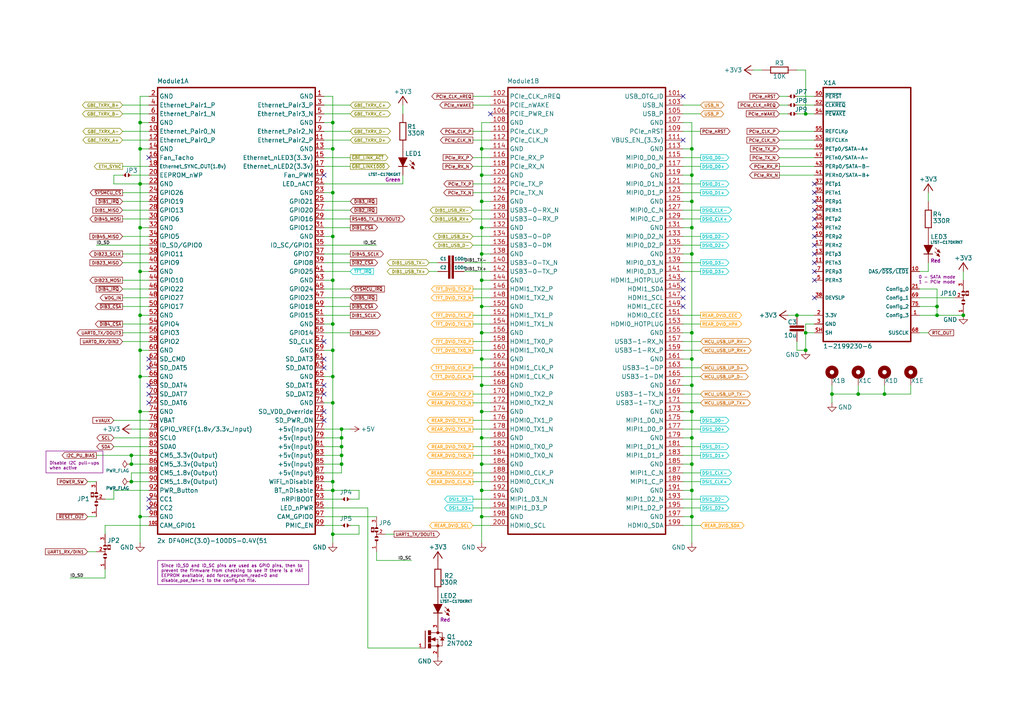
<source format=kicad_sch>
(kicad_sch (version 20250114) (generator "eeschema") (generator_version "9.0")
  (paper "A4")
  (title_block (title "BB3+ test mainboard") (date "2025-10-11") (rev "r1B1") (company "Envox d.o.o.") (comment 1 "Licensed under the TAPR Open Hardware License (www.tapr.org/OHL)") (comment 2 "More info at http://www.envox.eu/"))
  (text "0 - SATA mode\n1 - PCIe mode" (at 271.78 81.28 0) (effects (font (size 0.889 0.889))))
  (text_box "Disable I2C pull-ups\nwhen active" (at 13.335 130.81 0) (size 16.51 6.35) (margins 0.9525 0.9525 0.9525 0.9525) (stroke (width 0) (color 132 0 132 1)) (effects (font (size 0.889 0.889)) (justify left bottom)))
  (text_box "Since ID_SD and ID_SC pins are used as GPIO pins, then to prevent the firmware from checking to see if there is a HAT EEPROM available, add force_eeprom_read=0 and disable_poe_fan=1 to the config.txt file." (at 45.72 162.56 0) (size 43.815 6.985) (margins 0.9525 0.9525 0.9525 0.9525) (stroke (width 0) (color 132 0 132 1)) (effects (font (size 0.889 0.889)) (justify left top)))
  (junction (at 200.66 96.52))
  (junction (at 233.68 101.6))
  (junction (at 200.66 50.8))
  (junction (at 271.78 88.9))
  (junction (at 96.52 139.7))
  (junction (at 96.52 101.6))
  (junction (at 139.7 134.62))
  (junction (at 96.52 55.88))
  (junction (at 139.7 111.76))
  (junction (at 200.66 142.24))
  (junction (at 200.66 73.66))
  (junction (at 241.3 114.3))
  (junction (at 256.54 114.3))
  (junction (at 200.66 127))
  (junction (at 231.14 91.44))
  (junction (at 40.64 78.74))
  (junction (at 96.52 109.22))
  (junction (at 233.68 33.02))
  (junction (at 279.4 91.44))
  (junction (at 38.1 134.62))
  (junction (at 96.52 68.58))
  (junction (at 271.78 91.44))
  (junction (at 40.64 109.22))
  (junction (at 40.64 91.44))
  (junction (at 139.7 66.04))
  (junction (at 96.52 142.24))
  (junction (at 96.52 93.98))
  (junction (at 200.66 111.76))
  (junction (at 96.52 35.56))
  (junction (at 96.52 154.94))
  (junction (at 40.64 149.86))
  (junction (at 139.7 81.28))
  (junction (at 99.06 129.54))
  (junction (at 200.66 104.14))
  (junction (at 139.7 119.38))
  (junction (at 200.66 43.18))
  (junction (at 96.52 43.18))
  (junction (at 139.7 127))
  (junction (at 200.66 134.62))
  (junction (at 139.7 142.24))
  (junction (at 200.66 119.38))
  (junction (at 200.66 58.42))
  (junction (at 139.7 50.8))
  (junction (at 248.92 114.3))
  (junction (at 40.64 43.18))
  (junction (at 40.64 53.34))
  (junction (at 40.64 119.38))
  (junction (at 40.64 66.04))
  (junction (at 99.06 127))
  (junction (at 200.66 66.04))
  (junction (at 139.7 58.42))
  (junction (at 139.7 104.14))
  (junction (at 40.64 101.6))
  (junction (at 96.52 116.84))
  (junction (at 139.7 149.86))
  (junction (at 233.68 96.52))
  (junction (at 139.7 88.9))
  (junction (at 38.1 139.7))
  (junction (at 96.52 81.28))
  (junction (at 38.1 132.08))
  (junction (at 99.06 132.08))
  (junction (at 200.66 149.86))
  (junction (at 139.7 73.66))
  (junction (at 139.7 43.18))
  (junction (at 139.7 96.52))
  (junction (at 99.06 134.62))
  (junction (at 40.64 35.56))
  (junction (at 99.06 124.46))
  (no_connect (at 43.18 106.68))
  (no_connect (at 198.12 86.36))
  (no_connect (at 43.18 45.72))
  (no_connect (at 93.98 119.38))
  (no_connect (at 93.98 111.76))
  (no_connect (at 236.22 71.12))
  (no_connect (at 93.98 121.92))
  (no_connect (at 236.22 81.28))
  (no_connect (at 198.12 83.82))
  (no_connect (at 236.22 63.5))
  (no_connect (at 198.12 40.64))
  (no_connect (at 198.12 27.94))
  (no_connect (at 93.98 106.68))
  (no_connect (at 236.22 66.04))
  (no_connect (at 236.22 86.36))
  (no_connect (at 236.22 58.42))
  (no_connect (at 236.22 60.96))
  (no_connect (at 43.18 116.84))
  (no_connect (at 43.18 147.32))
  (no_connect (at 93.98 104.14))
  (no_connect (at 93.98 99.06))
  (no_connect (at 198.12 81.28))
  (no_connect (at 236.22 78.74))
  (no_connect (at 236.22 68.58))
  (no_connect (at 236.22 76.2))
  (no_connect (at 43.18 144.78))
  (no_connect (at 198.12 88.9))
  (no_connect (at 43.18 114.3))
  (no_connect (at 93.98 114.3))
  (no_connect (at 43.18 111.76))
  (no_connect (at 236.22 73.66))
  (no_connect (at 236.22 55.88))
  (no_connect (at 142.24 33.02))
  (no_connect (at 43.18 104.14))
  (no_connect (at 236.22 53.34))
  (no_connect (at 93.98 50.8))
  (wire (pts (xy 233.68 93.98) (xy 233.68 96.52)))
  (wire (pts (xy 139.7 58.42) (xy 142.24 58.42)))
  (wire (pts (xy 139.7 111.76) (xy 139.7 119.38)))
  (wire (pts (xy 198.12 114.3) (xy 203.2 114.3)))
  (wire (pts (xy 93.98 109.22) (xy 96.52 109.22)))
  (wire (pts (xy 35.56 88.9) (xy 43.18 88.9)))
  (wire (pts (xy 218.44 20.32) (xy 220.98 20.32)))
  (wire (pts (xy 137.16 109.22) (xy 142.24 109.22)))
  (wire (pts (xy 35.56 73.66) (xy 43.18 73.66)))
  (wire (pts (xy 248.92 111.76) (xy 248.92 114.3)))
  (wire (pts (xy 198.12 121.92) (xy 203.2 121.92)))
  (wire (pts (xy 266.7 96.52) (xy 269.24 96.52)))
  (wire (pts (xy 93.98 71.12) (xy 109.22 71.12)))
  (wire (pts (xy 198.12 124.46) (xy 203.2 124.46)))
  (wire (pts (xy 198.12 142.24) (xy 200.66 142.24)))
  (wire (pts (xy 33.02 142.24) (xy 33.02 144.78)))
  (wire (pts (xy 198.12 149.86) (xy 200.66 149.86)))
  (wire (pts (xy 40.64 66.04) (xy 40.64 78.74)))
  (wire (pts (xy 93.98 58.42) (xy 101.6 58.42)))
  (wire (pts (xy 93.98 27.94) (xy 96.52 27.94)))
  (wire (pts (xy 200.66 119.38) (xy 200.66 127)))
  (wire (pts (xy 99.06 124.46) (xy 101.6 124.46)))
  (wire (pts (xy 40.64 35.56) (xy 43.18 35.56)))
  (wire (pts (xy 198.12 91.44) (xy 203.2 91.44)))
  (wire (pts (xy 137.16 63.5) (xy 142.24 63.5)))
  (wire (pts (xy 116.84 50.8) (xy 116.84 53.34)))
  (wire (pts (xy 35.56 48.26) (xy 43.18 48.26)))
  (wire (pts (xy 198.12 96.52) (xy 200.66 96.52)))
  (wire (pts (xy 40.64 78.74) (xy 43.18 78.74)))
  (wire (pts (xy 139.7 149.86) (xy 142.24 149.86)))
  (wire (pts (xy 35.56 38.1) (xy 43.18 38.1)))
  (wire (pts (xy 96.52 43.18) (xy 96.52 55.88)))
  (wire (pts (xy 231.14 20.32) (xy 233.68 20.32)))
  (wire (pts (xy 93.98 91.44) (xy 101.6 91.44)))
  (wire (pts (xy 33.02 121.92) (xy 43.18 121.92)))
  (wire (pts (xy 200.66 35.56) (xy 200.66 43.18)))
  (wire (pts (xy 139.7 50.8) (xy 142.24 50.8)))
  (wire (pts (xy 198.12 38.1) (xy 203.2 38.1)))
  (wire (pts (xy 30.48 144.78) (xy 33.02 144.78)))
  (wire (pts (xy 33.02 50.8) (xy 33.02 53.34)))
  (wire (pts (xy 269.24 76.2) (xy 269.24 78.74)))
  (wire (pts (xy 93.98 38.1) (xy 101.6 38.1)))
  (wire (pts (xy 109.22 162.56) (xy 119.38 162.56)))
  (wire (pts (xy 93.98 30.48) (xy 101.6 30.48)))
  (wire (pts (xy 266.7 88.9) (xy 271.78 88.9)))
  (wire (pts (xy 93.98 149.86) (xy 109.22 149.86)))
  (wire (pts (xy 33.02 142.24) (xy 43.18 142.24)))
  (wire (pts (xy 198.12 78.74) (xy 203.2 78.74)))
  (wire (pts (xy 25.4 149.86) (xy 27.94 149.86)))
  (wire (pts (xy 35.56 68.58) (xy 43.18 68.58)))
  (wire (pts (xy 93.98 144.78) (xy 99.06 144.78)))
  (wire (pts (xy 93.98 83.82) (xy 101.6 83.82)))
  (wire (pts (xy 137.16 99.06) (xy 142.24 99.06)))
  (wire (pts (xy 200.66 50.8) (xy 200.66 58.42)))
  (wire (pts (xy 93.98 147.32) (xy 106.68 147.32)))
  (wire (pts (xy 99.06 132.08) (xy 99.06 134.62)))
  (wire (pts (xy 228.6 91.44) (xy 231.14 91.44)))
  (wire (pts (xy 137.16 53.34) (xy 142.24 53.34)))
  (wire (pts (xy 106.68 187.96) (xy 121.92 187.96)))
  (wire (pts (xy 269.24 55.88) (xy 269.24 58.42)))
  (wire (pts (xy 198.12 50.8) (xy 200.66 50.8)))
  (wire (pts (xy 96.52 27.94) (xy 96.52 35.56)))
  (wire (pts (xy 30.48 165.1) (xy 30.48 167.64)))
  (wire (pts (xy 96.52 116.84) (xy 96.52 139.7)))
  (wire (pts (xy 226.06 40.64) (xy 236.22 40.64)))
  (wire (pts (xy 93.98 45.72) (xy 101.6 45.72)))
  (wire (pts (xy 266.7 86.36) (xy 276.86 86.36)))
  (wire (pts (xy 116.84 30.48) (xy 116.84 33.02)))
  (wire (pts (xy 139.7 111.76) (xy 142.24 111.76)))
  (wire (pts (xy 93.98 124.46) (xy 99.06 124.46)))
  (wire (pts (xy 137.16 86.36) (xy 142.24 86.36)))
  (wire (pts (xy 40.64 78.74) (xy 40.64 91.44)))
  (wire (pts (xy 137.16 68.58) (xy 142.24 68.58)))
  (wire (pts (xy 96.52 139.7) (xy 96.52 142.24)))
  (wire (pts (xy 139.7 119.38) (xy 142.24 119.38)))
  (wire (pts (xy 200.66 73.66) (xy 200.66 96.52)))
  (wire (pts (xy 93.98 66.04) (xy 101.6 66.04)))
  (wire (pts (xy 139.7 73.66) (xy 142.24 73.66)))
  (wire (pts (xy 93.98 53.34) (xy 116.84 53.34)))
  (wire (pts (xy 93.98 139.7) (xy 96.52 139.7)))
  (wire (pts (xy 137.16 48.26) (xy 142.24 48.26)))
  (wire (pts (xy 93.98 137.16) (xy 99.06 137.16)))
  (wire (pts (xy 271.78 91.44) (xy 279.4 91.44)))
  (wire (pts (xy 137.16 83.82) (xy 142.24 83.82)))
  (wire (pts (xy 266.7 78.74) (xy 269.24 78.74)))
  (wire (pts (xy 198.12 68.58) (xy 203.2 68.58)))
  (wire (pts (xy 139.7 81.28) (xy 139.7 88.9)))
  (wire (pts (xy 139.7 149.86) (xy 139.7 157.48)))
  (wire (pts (xy 137.16 124.46) (xy 142.24 124.46)))
  (wire (pts (xy 198.12 116.84) (xy 203.2 116.84)))
  (wire (pts (xy 124.46 76.2) (xy 127 76.2)))
  (wire (pts (xy 226.06 50.8) (xy 236.22 50.8)))
  (wire (pts (xy 101.6 152.4) (xy 104.14 152.4)))
  (wire (pts (xy 137.16 60.96) (xy 142.24 60.96)))
  (wire (pts (xy 137.16 116.84) (xy 142.24 116.84)))
  (wire (pts (xy 93.98 142.24) (xy 96.52 142.24)))
  (wire (pts (xy 40.64 27.94) (xy 43.18 27.94)))
  (wire (pts (xy 96.52 109.22) (xy 96.52 116.84)))
  (wire (pts (xy 139.7 73.66) (xy 139.7 81.28)))
  (wire (pts (xy 200.66 149.86) (xy 200.66 157.48)))
  (wire (pts (xy 256.54 114.3) (xy 264.16 114.3)))
  (wire (pts (xy 233.68 20.32) (xy 233.68 33.02)))
  (wire (pts (xy 137.16 45.72) (xy 142.24 45.72)))
  (wire (pts (xy 198.12 53.34) (xy 203.2 53.34)))
  (wire (pts (xy 93.98 55.88) (xy 96.52 55.88)))
  (wire (pts (xy 124.46 78.74) (xy 127 78.74)))
  (wire (pts (xy 139.7 134.62) (xy 139.7 142.24)))
  (wire (pts (xy 96.52 142.24) (xy 104.14 142.24)))
  (wire (pts (xy 137.16 147.32) (xy 142.24 147.32)))
  (wire (pts (xy 226.06 33.02) (xy 228.6 33.02)))
  (wire (pts (xy 40.64 43.18) (xy 43.18 43.18)))
  (wire (pts (xy 33.02 127) (xy 43.18 127)))
  (wire (pts (xy 198.12 30.48) (xy 203.2 30.48)))
  (wire (pts (xy 40.64 43.18) (xy 40.64 53.34)))
  (wire (pts (xy 96.52 35.56) (xy 96.52 43.18)))
  (wire (pts (xy 241.3 114.3) (xy 241.3 116.84)))
  (wire (pts (xy 137.16 121.92) (xy 142.24 121.92)))
  (wire (pts (xy 35.56 99.06) (xy 43.18 99.06)))
  (wire (pts (xy 93.98 96.52) (xy 101.6 96.52)))
  (wire (pts (xy 231.14 99.06) (xy 231.14 101.6)))
  (wire (pts (xy 35.56 33.02) (xy 43.18 33.02)))
  (wire (pts (xy 137.16 139.7) (xy 142.24 139.7)))
  (wire (pts (xy 198.12 152.4) (xy 203.2 152.4)))
  (wire (pts (xy 40.64 119.38) (xy 43.18 119.38)))
  (wire (pts (xy 99.06 127) (xy 99.06 129.54)))
  (wire (pts (xy 96.52 93.98) (xy 96.52 101.6)))
  (wire (pts (xy 137.16 101.6) (xy 142.24 101.6)))
  (wire (pts (xy 139.7 96.52) (xy 142.24 96.52)))
  (wire (pts (xy 25.4 139.7) (xy 27.94 139.7)))
  (wire (pts (xy 93.98 43.18) (xy 96.52 43.18)))
  (wire (pts (xy 38.1 124.46) (xy 43.18 124.46)))
  (wire (pts (xy 139.7 88.9) (xy 139.7 96.52)))
  (wire (pts (xy 137.16 38.1) (xy 142.24 38.1)))
  (wire (pts (xy 93.98 129.54) (xy 99.06 129.54)))
  (wire (pts (xy 233.68 96.52) (xy 233.68 101.6)))
  (wire (pts (xy 139.7 58.42) (xy 139.7 66.04)))
  (wire (pts (xy 200.66 43.18) (xy 200.66 50.8)))
  (wire (pts (xy 231.14 101.6) (xy 233.68 101.6)))
  (wire (pts (xy 96.52 154.94) (xy 96.52 157.48)))
  (wire (pts (xy 139.7 134.62) (xy 142.24 134.62)))
  (wire (pts (xy 40.64 91.44) (xy 43.18 91.44)))
  (wire (pts (xy 139.7 81.28) (xy 142.24 81.28)))
  (wire (pts (xy 266.7 83.82) (xy 271.78 83.82)))
  (wire (pts (xy 96.52 154.94) (xy 104.14 154.94)))
  (wire (pts (xy 93.98 78.74) (xy 101.6 78.74)))
  (wire (pts (xy 139.7 119.38) (xy 139.7 127)))
  (wire (pts (xy 137.16 106.68) (xy 142.24 106.68)))
  (wire (pts (xy 134.62 76.2) (xy 142.24 76.2)))
  (wire (pts (xy 20.32 167.64) (xy 30.48 167.64)))
  (wire (pts (xy 139.7 43.18) (xy 139.7 50.8)))
  (wire (pts (xy 40.64 101.6) (xy 40.64 109.22)))
  (wire (pts (xy 198.12 48.26) (xy 203.2 48.26)))
  (wire (pts (xy 40.64 109.22) (xy 43.18 109.22)))
  (wire (pts (xy 93.98 33.02) (xy 101.6 33.02)))
  (wire (pts (xy 139.7 127) (xy 142.24 127)))
  (wire (pts (xy 198.12 58.42) (xy 200.66 58.42)))
  (wire (pts (xy 198.12 104.14) (xy 200.66 104.14)))
  (wire (pts (xy 104.14 142.24) (xy 104.14 144.78)))
  (wire (pts (xy 93.98 68.58) (xy 96.52 68.58)))
  (wire (pts (xy 198.12 71.12) (xy 203.2 71.12)))
  (wire (pts (xy 40.64 149.86) (xy 40.64 157.48)))
  (wire (pts (xy 137.16 137.16) (xy 142.24 137.16)))
  (wire (pts (xy 226.06 30.48) (xy 228.6 30.48)))
  (wire (pts (xy 93.98 152.4) (xy 99.06 152.4)))
  (wire (pts (xy 96.52 68.58) (xy 96.52 81.28)))
  (wire (pts (xy 226.06 45.72) (xy 236.22 45.72)))
  (wire (pts (xy 38.1 50.8) (xy 43.18 50.8)))
  (wire (pts (xy 231.14 33.02) (xy 233.68 33.02)))
  (wire (pts (xy 256.54 111.76) (xy 256.54 114.3)))
  (wire (pts (xy 93.98 48.26) (xy 101.6 48.26)))
  (wire (pts (xy 241.3 111.76) (xy 241.3 114.3)))
  (wire (pts (xy 198.12 106.68) (xy 203.2 106.68)))
  (wire (pts (xy 226.06 27.94) (xy 228.6 27.94)))
  (wire (pts (xy 200.66 142.24) (xy 200.66 149.86)))
  (wire (pts (xy 27.94 71.12) (xy 43.18 71.12)))
  (wire (pts (xy 198.12 147.32) (xy 203.2 147.32)))
  (wire (pts (xy 93.98 86.36) (xy 101.6 86.36)))
  (wire (pts (xy 226.06 48.26) (xy 236.22 48.26)))
  (wire (pts (xy 198.12 144.78) (xy 203.2 144.78)))
  (wire (pts (xy 137.16 91.44) (xy 142.24 91.44)))
  (wire (pts (xy 99.06 134.62) (xy 99.06 137.16)))
  (wire (pts (xy 231.14 27.94) (xy 236.22 27.94)))
  (wire (pts (xy 35.56 55.88) (xy 43.18 55.88)))
  (wire (pts (xy 233.68 33.02) (xy 236.22 33.02)))
  (wire (pts (xy 200.66 58.42) (xy 200.66 66.04)))
  (wire (pts (xy 139.7 66.04) (xy 139.7 73.66)))
  (wire (pts (xy 139.7 43.18) (xy 142.24 43.18)))
  (wire (pts (xy 96.52 142.24) (xy 96.52 154.94)))
  (wire (pts (xy 198.12 139.7) (xy 203.2 139.7)))
  (wire (pts (xy 198.12 111.76) (xy 200.66 111.76)))
  (wire (pts (xy 35.56 58.42) (xy 43.18 58.42)))
  (wire (pts (xy 200.66 104.14) (xy 200.66 111.76)))
  (wire (pts (xy 198.12 93.98) (xy 203.2 93.98)))
  (wire (pts (xy 35.56 63.5) (xy 43.18 63.5)))
  (wire (pts (xy 200.66 96.52) (xy 200.66 104.14)))
  (wire (pts (xy 137.16 40.64) (xy 142.24 40.64)))
  (wire (pts (xy 96.52 55.88) (xy 96.52 68.58)))
  (wire (pts (xy 38.1 139.7) (xy 43.18 139.7)))
  (wire (pts (xy 93.98 88.9) (xy 101.6 88.9)))
  (wire (pts (xy 137.16 93.98) (xy 142.24 93.98)))
  (wire (pts (xy 139.7 66.04) (xy 142.24 66.04)))
  (wire (pts (xy 35.56 60.96) (xy 43.18 60.96)))
  (wire (pts (xy 99.06 129.54) (xy 99.06 132.08)))
  (wire (pts (xy 139.7 142.24) (xy 139.7 149.86)))
  (wire (pts (xy 198.12 33.02) (xy 203.2 33.02)))
  (wire (pts (xy 93.98 134.62) (xy 99.06 134.62)))
  (wire (pts (xy 198.12 45.72) (xy 203.2 45.72)))
  (wire (pts (xy 137.16 152.4) (xy 142.24 152.4)))
  (wire (pts (xy 35.56 30.48) (xy 43.18 30.48)))
  (wire (pts (xy 40.64 91.44) (xy 40.64 101.6)))
  (wire (pts (xy 93.98 116.84) (xy 96.52 116.84)))
  (wire (pts (xy 99.06 124.46) (xy 99.06 127)))
  (wire (pts (xy 134.62 78.74) (xy 142.24 78.74)))
  (wire (pts (xy 233.68 93.98) (xy 236.22 93.98)))
  (wire (pts (xy 96.52 101.6) (xy 96.52 109.22)))
  (wire (pts (xy 200.66 66.04) (xy 200.66 73.66)))
  (wire (pts (xy 25.4 160.02) (xy 27.94 160.02)))
  (wire (pts (xy 40.64 101.6) (xy 43.18 101.6)))
  (wire (pts (xy 271.78 83.82) (xy 271.78 88.9)))
  (wire (pts (xy 137.16 55.88) (xy 142.24 55.88)))
  (wire (pts (xy 137.16 30.48) (xy 142.24 30.48)))
  (wire (pts (xy 35.56 93.98) (xy 43.18 93.98)))
  (wire (pts (xy 93.98 35.56) (xy 96.52 35.56)))
  (wire (pts (xy 40.64 53.34) (xy 40.64 66.04)))
  (wire (pts (xy 35.56 40.64) (xy 43.18 40.64)))
  (wire (pts (xy 198.12 119.38) (xy 200.66 119.38)))
  (wire (pts (xy 38.1 132.08) (xy 38.1 134.62)))
  (wire (pts (xy 198.12 76.2) (xy 203.2 76.2)))
  (wire (pts (xy 198.12 73.66) (xy 200.66 73.66)))
  (wire (pts (xy 40.64 27.94) (xy 40.64 35.56)))
  (wire (pts (xy 93.98 101.6) (xy 96.52 101.6)))
  (wire (pts (xy 137.16 71.12) (xy 142.24 71.12)))
  (wire (pts (xy 198.12 132.08) (xy 203.2 132.08)))
  (wire (pts (xy 93.98 93.98) (xy 96.52 93.98)))
  (wire (pts (xy 198.12 43.18) (xy 200.66 43.18)))
  (wire (pts (xy 96.52 81.28) (xy 96.52 93.98)))
  (wire (pts (xy 33.02 129.54) (xy 43.18 129.54)))
  (wire (pts (xy 38.1 137.16) (xy 43.18 137.16)))
  (wire (pts (xy 30.48 152.4) (xy 43.18 152.4)))
  (wire (pts (xy 30.48 152.4) (xy 30.48 154.94)))
  (wire (pts (xy 241.3 114.3) (xy 248.92 114.3)))
  (wire (pts (xy 38.1 134.62) (xy 43.18 134.62)))
  (wire (pts (xy 200.66 111.76) (xy 200.66 119.38)))
  (wire (pts (xy 104.14 152.4) (xy 104.14 154.94)))
  (wire (pts (xy 40.64 53.34) (xy 43.18 53.34)))
  (wire (pts (xy 93.98 76.2) (xy 101.6 76.2)))
  (wire (pts (xy 139.7 127) (xy 139.7 134.62)))
  (wire (pts (xy 93.98 60.96) (xy 101.6 60.96)))
  (wire (pts (xy 93.98 73.66) (xy 101.6 73.66)))
  (wire (pts (xy 35.56 96.52) (xy 43.18 96.52)))
  (wire (pts (xy 93.98 63.5) (xy 101.6 63.5)))
  (wire (pts (xy 198.12 55.88) (xy 203.2 55.88)))
  (wire (pts (xy 198.12 35.56) (xy 200.66 35.56)))
  (wire (pts (xy 198.12 134.62) (xy 200.66 134.62)))
  (wire (pts (xy 198.12 137.16) (xy 203.2 137.16)))
  (wire (pts (xy 139.7 142.24) (xy 142.24 142.24)))
  (wire (pts (xy 93.98 40.64) (xy 101.6 40.64)))
  (wire (pts (xy 114.3 154.94) (xy 111.76 154.94)))
  (wire (pts (xy 40.64 119.38) (xy 40.64 149.86)))
  (wire (pts (xy 137.16 27.94) (xy 142.24 27.94)))
  (wire (pts (xy 198.12 127) (xy 200.66 127)))
  (wire (pts (xy 40.64 109.22) (xy 40.64 119.38)))
  (wire (pts (xy 198.12 129.54) (xy 203.2 129.54)))
  (wire (pts (xy 109.22 160.02) (xy 109.22 162.56)))
  (wire (pts (xy 35.56 86.36) (xy 43.18 86.36)))
  (wire (pts (xy 226.06 43.18) (xy 236.22 43.18)))
  (wire (pts (xy 279.4 78.74) (xy 279.4 81.28)))
  (wire (pts (xy 93.98 127) (xy 99.06 127)))
  (wire (pts (xy 40.64 35.56) (xy 40.64 43.18)))
  (wire (pts (xy 40.64 149.86) (xy 43.18 149.86)))
  (wire (pts (xy 139.7 35.56) (xy 142.24 35.56)))
  (wire (pts (xy 40.64 66.04) (xy 43.18 66.04)))
  (wire (pts (xy 139.7 88.9) (xy 142.24 88.9)))
  (wire (pts (xy 198.12 63.5) (xy 203.2 63.5)))
  (wire (pts (xy 198.12 99.06) (xy 203.2 99.06)))
  (wire (pts (xy 35.56 76.2) (xy 43.18 76.2)))
  (wire (pts (xy 33.02 53.34) (xy 40.64 53.34)))
  (wire (pts (xy 35.56 50.8) (xy 33.02 50.8)))
  (wire (pts (xy 139.7 50.8) (xy 139.7 58.42)))
  (wire (pts (xy 27.94 132.08) (xy 38.1 132.08)))
  (wire (pts (xy 264.16 111.76) (xy 264.16 114.3)))
  (wire (pts (xy 198.12 109.22) (xy 203.2 109.22)))
  (wire (pts (xy 226.06 38.1) (xy 236.22 38.1)))
  (wire (pts (xy 93.98 81.28) (xy 96.52 81.28)))
  (wire (pts (xy 35.56 81.28) (xy 43.18 81.28)))
  (wire (pts (xy 266.7 91.44) (xy 271.78 91.44)))
  (wire (pts (xy 231.14 91.44) (xy 236.22 91.44)))
  (wire (pts (xy 233.68 96.52) (xy 236.22 96.52)))
  (wire (pts (xy 35.56 83.82) (xy 43.18 83.82)))
  (wire (pts (xy 137.16 129.54) (xy 142.24 129.54)))
  (wire (pts (xy 198.12 60.96) (xy 203.2 60.96)))
  (wire (pts (xy 101.6 144.78) (xy 104.14 144.78)))
  (wire (pts (xy 93.98 132.08) (xy 99.06 132.08)))
  (wire (pts (xy 200.66 127) (xy 200.66 134.62)))
  (wire (pts (xy 248.92 114.3) (xy 256.54 114.3)))
  (wire (pts (xy 139.7 96.52) (xy 139.7 104.14)))
  (wire (pts (xy 231.14 30.48) (xy 236.22 30.48)))
  (wire (pts (xy 38.1 137.16) (xy 38.1 139.7)))
  (wire (pts (xy 200.66 134.62) (xy 200.66 142.24)))
  (wire (pts (xy 137.16 114.3) (xy 142.24 114.3)))
  (wire (pts (xy 139.7 35.56) (xy 139.7 43.18)))
  (wire (pts (xy 139.7 104.14) (xy 139.7 111.76)))
  (wire (pts (xy 137.16 132.08) (xy 142.24 132.08)))
  (wire (pts (xy 137.16 144.78) (xy 142.24 144.78)))
  (wire (pts (xy 38.1 132.08) (xy 43.18 132.08)))
  (wire (pts (xy 271.78 88.9) (xy 271.78 91.44)))
  (wire (pts (xy 139.7 104.14) (xy 142.24 104.14)))
  (wire (pts (xy 106.68 147.32) (xy 106.68 187.96)))
  (wire (pts (xy 198.12 101.6) (xy 203.2 101.6)))
  (wire (pts (xy 198.12 66.04) (xy 200.66 66.04)))
  (label "DIB1_TX+" (at 134.62 78.74 0) (effects (font (size 0.889 0.889))))
  (label "ID_SD" (at 27.94 71.12 0) (effects (font (size 0.889 0.889))))
  (label "DIB1_TX-" (at 134.62 76.2 0) (effects (font (size 0.889 0.889))))
  (label "ID_SC" (at 109.22 71.12 180) (effects (font (size 0.889 0.889))))
  (label "ID_SC" (at 119.38 162.56 180) (effects (font (size 0.889 0.889))))
  (label "ID_SD" (at 20.32 167.64 0) (effects (font (size 0.889 0.889))))
  (global_label "PCIe_CLK_nREQ" (shape input) (at 226.06 30.48 180) (effects (font (size 0.889 0.889))) (property "Intersheetrefs" "${INTERSHEET_REFS}" (effects (hide yes))))
  (global_label "~{DIB3_IRQ}" (shape input) (at 101.6 58.42 0) (effects (font (size 0.889 0.889))) (property "Intersheetrefs" "${INTERSHEET_REFS}" (effects (hide yes))))
  (global_label "REAR_DVID_CLK_P" (shape output) (at 137.16 137.16 180) (effects (font (size 0.889 0.889))) (property "Intersheetrefs" "${INTERSHEET_REFS}" (effects (hide yes))))
  (global_label "DIB1_SCLK" (shape output) (at 101.6 91.44 0) (effects (font (size 0.889 0.889))) (property "Intersheetrefs" "${INTERSHEET_REFS}" (effects (hide yes))))
  (global_label "PCIe_CLK_P" (shape input) (at 226.06 38.1 180) (effects (font (size 0.889 0.889))) (property "Intersheetrefs" "${INTERSHEET_REFS}" (effects (hide yes))))
  (global_label "MCU_USB_UP_RX-" (shape bidirectional) (at 203.2 99.06 0) (effects (font (size 0.889 0.889))) (property "Intersheetrefs" "${INTERSHEET_REFS}" (effects (hide yes))))
  (global_label "PCIe_TX_P" (shape input) (at 226.06 43.18 180) (effects (font (size 0.889 0.889))) (property "Intersheetrefs" "${INTERSHEET_REFS}" (effects (hide yes))))
  (global_label "TFT_DVID_TX1_P" (shape output) (at 137.16 91.44 180) (effects (font (size 0.889 0.889))) (property "Intersheetrefs" "${INTERSHEET_REFS}" (effects (hide yes))))
  (global_label "USB_N" (shape bidirectional) (at 203.2 30.48 0) (effects (font (size 0.889 0.889))) (property "Intersheetrefs" "${INTERSHEET_REFS}" (effects (hide yes))))
  (global_label "RS485_TX_EN{slash}DOUT2" (shape output) (at 101.6 63.5 0) (effects (font (size 0.889 0.889))) (property "Intersheetrefs" "${INTERSHEET_REFS}" (effects (hide yes))))
  (global_label "~{DIB2_IRQ}" (shape input) (at 101.6 60.96 0) (effects (font (size 0.889 0.889))) (property "Intersheetrefs" "${INTERSHEET_REFS}" (effects (hide yes))))
  (global_label "DSI1_CLK+" (shape output) (at 203.2 139.7 0) (effects (font (size 0.889 0.889))) (property "Intersheetrefs" "${INTERSHEET_REFS}" (effects (hide yes))))
  (global_label "PCIe_RX_P" (shape output) (at 226.06 48.26 180) (effects (font (size 0.889 0.889))) (property "Intersheetrefs" "${INTERSHEET_REFS}" (effects (hide yes))))
  (global_label "GBE_TXRX_A-" (shape bidirectional) (at 35.56 38.1 180) (effects (font (size 0.889 0.889))) (property "Intersheetrefs" "${INTERSHEET_REFS}" (effects (hide yes))))
  (global_label "MCU_USB_UP_D+" (shape bidirectional) (at 203.2 106.68 0) (effects (font (size 0.889 0.889))) (property "Intersheetrefs" "${INTERSHEET_REFS}" (effects (hide yes))))
  (global_label "DSI0_D0-" (shape output) (at 203.2 45.72 0) (effects (font (size 0.889 0.889))) (property "Intersheetrefs" "${INTERSHEET_REFS}" (effects (hide yes))))
  (global_label "SCL" (shape bidirectional) (at 33.02 127 180) (effects (font (size 0.889 0.889))) (property "Intersheetrefs" "${INTERSHEET_REFS}" (effects (hide yes))))
  (global_label "GBE_TXRX_B+" (shape bidirectional) (at 35.56 30.48 180) (effects (font (size 0.889 0.889))) (property "Intersheetrefs" "${INTERSHEET_REFS}" (effects (hide yes))))
  (global_label "UART0_RX{slash}DIN2" (shape input) (at 35.56 99.06 180) (effects (font (size 0.889 0.889))) (property "Intersheetrefs" "${INTERSHEET_REFS}" (effects (hide yes))))
  (global_label "MCU_USB_UP_TX-" (shape bidirectional) (at 203.2 114.3 0) (effects (font (size 0.889 0.889))) (property "Intersheetrefs" "${INTERSHEET_REFS}" (effects (hide yes))))
  (global_label "~{DIB3_CSA}" (shape output) (at 35.56 88.9 180) (effects (font (size 0.889 0.889))) (property "Intersheetrefs" "${INTERSHEET_REFS}" (effects (hide yes))))
  (global_label "PCIe_TX_N" (shape output) (at 137.16 55.88 180) (effects (font (size 0.889 0.889))) (property "Intersheetrefs" "${INTERSHEET_REFS}" (effects (hide yes))))
  (global_label "DIB1_USB_RX+" (shape bidirectional) (at 137.16 63.5 180) (effects (font (size 0.889 0.889))) (property "Intersheetrefs" "${INTERSHEET_REFS}" (effects (hide yes))))
  (global_label "DIB23_MISO" (shape input) (at 35.56 76.2 180) (effects (font (size 0.889 0.889))) (property "Intersheetrefs" "${INTERSHEET_REFS}" (effects (hide yes))))
  (global_label "GBE_TXRX_C-" (shape bidirectional) (at 101.6 33.02 0) (effects (font (size 0.889 0.889))) (property "Intersheetrefs" "${INTERSHEET_REFS}" (effects (hide yes))))
  (global_label "UART0_TX{slash}DOUT3" (shape output) (at 35.56 96.52 180) (effects (font (size 0.889 0.889))) (property "Intersheetrefs" "${INTERSHEET_REFS}" (effects (hide yes))))
  (global_label "REAR_DVID_TX2_N" (shape output) (at 137.16 116.84 180) (effects (font (size 0.889 0.889))) (property "Intersheetrefs" "${INTERSHEET_REFS}" (effects (hide yes))))
  (global_label "~{GBE_LINK_ACT}" (shape output) (at 101.6 45.72 0) (effects (font (size 0.889 0.889))) (property "Intersheetrefs" "${INTERSHEET_REFS}" (effects (hide yes))))
  (global_label "MCU_USB_UP_D-" (shape bidirectional) (at 203.2 109.22 0) (effects (font (size 0.889 0.889))) (property "Intersheetrefs" "${INTERSHEET_REFS}" (effects (hide yes))))
  (global_label "DIB1_MISO" (shape input) (at 35.56 60.96 180) (effects (font (size 0.889 0.889))) (property "Intersheetrefs" "${INTERSHEET_REFS}" (effects (hide yes))))
  (global_label "DIB23_MOSI" (shape output) (at 35.56 81.28 180) (effects (font (size 0.889 0.889))) (property "Intersheetrefs" "${INTERSHEET_REFS}" (effects (hide yes))))
  (global_label "PCIe_TX_N" (shape input) (at 226.06 45.72 180) (effects (font (size 0.889 0.889))) (property "Intersheetrefs" "${INTERSHEET_REFS}" (effects (hide yes))))
  (global_label "REAR_DVID_TX1_P" (shape output) (at 137.16 121.92 180) (effects (font (size 0.889 0.889))) (property "Intersheetrefs" "${INTERSHEET_REFS}" (effects (hide yes))))
  (global_label "REAR_DVID_CLK_N" (shape output) (at 137.16 139.7 180) (effects (font (size 0.889 0.889))) (property "Intersheetrefs" "${INTERSHEET_REFS}" (effects (hide yes))))
  (global_label "TFT_DVID_TX0_N" (shape output) (at 137.16 101.6 180) (effects (font (size 0.889 0.889))) (property "Intersheetrefs" "${INTERSHEET_REFS}" (effects (hide yes))))
  (global_label "TFT_DVID_TX1_N" (shape output) (at 137.16 93.98 180) (effects (font (size 0.889 0.889))) (property "Intersheetrefs" "${INTERSHEET_REFS}" (effects (hide yes))))
  (global_label "TFT_DVID_TX0_P" (shape output) (at 137.16 99.06 180) (effects (font (size 0.889 0.889))) (property "Intersheetrefs" "${INTERSHEET_REFS}" (effects (hide yes))))
  (global_label "DIB1_USB_RX-" (shape bidirectional) (at 137.16 60.96 180) (effects (font (size 0.889 0.889))) (property "Intersheetrefs" "${INTERSHEET_REFS}" (effects (hide yes))))
  (global_label "DSI0_CLK-" (shape output) (at 203.2 60.96 0) (effects (font (size 0.889 0.889))) (property "Intersheetrefs" "${INTERSHEET_REFS}" (effects (hide yes))))
  (global_label "UART1_TX{slash}DOUT1" (shape output) (at 114.3 154.94 0) (effects (font (size 0.889 0.889))) (property "Intersheetrefs" "${INTERSHEET_REFS}" (effects (hide yes))))
  (global_label "DSI1_CLK-" (shape output) (at 203.2 137.16 0) (effects (font (size 0.889 0.889))) (property "Intersheetrefs" "${INTERSHEET_REFS}" (effects (hide yes))))
  (global_label "DSI1_D2+" (shape output) (at 203.2 147.32 0) (effects (font (size 0.889 0.889))) (property "Intersheetrefs" "${INTERSHEET_REFS}" (effects (hide yes))))
  (global_label "PCIe_nWAKE" (shape input) (at 226.06 33.02 180) (effects (font (size 0.889 0.889))) (property "Intersheetrefs" "${INTERSHEET_REFS}" (effects (hide yes))))
  (global_label "DSI0_D3-" (shape output) (at 203.2 76.2 0) (effects (font (size 0.889 0.889))) (property "Intersheetrefs" "${INTERSHEET_REFS}" (effects (hide yes))))
  (global_label "~{DIB2_CSA}" (shape output) (at 101.6 76.2 0) (effects (font (size 0.889 0.889))) (property "Intersheetrefs" "${INTERSHEET_REFS}" (effects (hide yes))))
  (global_label "PCIe_RX_N" (shape output) (at 226.06 50.8 180) (effects (font (size 0.889 0.889))) (property "Intersheetrefs" "${INTERSHEET_REFS}" (effects (hide yes))))
  (global_label "DIB1_MOSI" (shape output) (at 101.6 96.52 0) (effects (font (size 0.889 0.889))) (property "Intersheetrefs" "${INTERSHEET_REFS}" (effects (hide yes))))
  (global_label "TFT_DVID_CLK_P" (shape output) (at 137.16 106.68 180) (effects (font (size 0.889 0.889))) (property "Intersheetrefs" "${INTERSHEET_REFS}" (effects (hide yes))))
  (global_label "ETH_SYNC" (shape output) (at 35.56 48.26 180) (effects (font (size 0.889 0.889))) (property "Intersheetrefs" "${INTERSHEET_REFS}" (effects (hide yes))))
  (global_label "USB_P" (shape bidirectional) (at 203.2 33.02 0) (effects (font (size 0.889 0.889))) (property "Intersheetrefs" "${INTERSHEET_REFS}" (effects (hide yes))))
  (global_label "WDG_IN" (shape output) (at 35.56 86.36 180) (effects (font (size 0.889 0.889))) (property "Intersheetrefs" "${INTERSHEET_REFS}" (effects (hide yes))))
  (global_label "PCIe_RX_P" (shape input) (at 137.16 45.72 180) (effects (font (size 0.889 0.889))) (property "Intersheetrefs" "${INTERSHEET_REFS}" (effects (hide yes))))
  (global_label "DIB1_USB_D-" (shape bidirectional) (at 137.16 71.12 180) (effects (font (size 0.889 0.889))) (property "Intersheetrefs" "${INTERSHEET_REFS}" (effects (hide yes))))
  (global_label "DIB45_MOSI" (shape output) (at 35.56 63.5 180) (effects (font (size 0.889 0.889))) (property "Intersheetrefs" "${INTERSHEET_REFS}" (effects (hide yes))))
  (global_label "TFT_DVID_TX2_N" (shape output) (at 137.16 86.36 180) (effects (font (size 0.889 0.889))) (property "Intersheetrefs" "${INTERSHEET_REFS}" (effects (hide yes))))
  (global_label "GBE_TXRX_A+" (shape bidirectional) (at 35.56 40.64 180) (effects (font (size 0.889 0.889))) (property "Intersheetrefs" "${INTERSHEET_REFS}" (effects (hide yes))))
  (global_label "~{DIB4_CSA}" (shape output) (at 35.56 93.98 180) (effects (font (size 0.889 0.889))) (property "Intersheetrefs" "${INTERSHEET_REFS}" (effects (hide yes))))
  (global_label "DIB45_MISO" (shape input) (at 35.56 68.58 180) (effects (font (size 0.889 0.889))) (property "Intersheetrefs" "${INTERSHEET_REFS}" (effects (hide yes))))
  (global_label "PCIe_nRST" (shape input) (at 226.06 27.94 180) (effects (font (size 0.889 0.889))) (property "Intersheetrefs" "${INTERSHEET_REFS}" (effects (hide yes))))
  (global_label "GBE_TXRX_D+" (shape bidirectional) (at 101.6 40.64 0) (effects (font (size 0.889 0.889))) (property "Intersheetrefs" "${INTERSHEET_REFS}" (effects (hide yes))))
  (global_label "~{SYSMCU_IRQ}" (shape input) (at 101.6 83.82 0) (effects (font (size 0.889 0.889))) (property "Intersheetrefs" "${INTERSHEET_REFS}" (effects (hide yes))))
  (global_label "PCIe_CLK_N" (shape output) (at 137.16 40.64 180) (effects (font (size 0.889 0.889))) (property "Intersheetrefs" "${INTERSHEET_REFS}" (effects (hide yes))))
  (global_label "MCU_USB_UP_RX+" (shape bidirectional) (at 203.2 101.6 0) (effects (font (size 0.889 0.889))) (property "Intersheetrefs" "${INTERSHEET_REFS}" (effects (hide yes))))
  (global_label "DSI0_D1-" (shape output) (at 203.2 53.34 0) (effects (font (size 0.889 0.889))) (property "Intersheetrefs" "${INTERSHEET_REFS}" (effects (hide yes))))
  (global_label "GBE_TXRX_D-" (shape bidirectional) (at 101.6 38.1 0) (effects (font (size 0.889 0.889))) (property "Intersheetrefs" "${INTERSHEET_REFS}" (effects (hide yes))))
  (global_label "POWER_SW" (shape input) (at 25.4 139.7 180) (effects (font (size 0.889 0.889))) (property "Intersheetrefs" "${INTERSHEET_REFS}" (effects (hide yes))))
  (global_label "DSI1_D3+" (shape output) (at 137.16 147.32 180) (effects (font (size 0.889 0.889))) (property "Intersheetrefs" "${INTERSHEET_REFS}" (effects (hide yes))))
  (global_label "~{DIB4_IRQ}" (shape input) (at 35.56 83.82 180) (effects (font (size 0.889 0.889))) (property "Intersheetrefs" "${INTERSHEET_REFS}" (effects (hide yes))))
  (global_label "PCIe_CLK_P" (shape output) (at 137.16 38.1 180) (effects (font (size 0.889 0.889))) (property "Intersheetrefs" "${INTERSHEET_REFS}" (effects (hide yes))))
  (global_label "+VAUX" (shape input) (at 33.02 121.92 180) (effects (font (size 0.889 0.889))) (property "Intersheetrefs" "${INTERSHEET_REFS}" (effects (hide yes))))
  (global_label "DSI0_D3+" (shape output) (at 203.2 78.74 0) (effects (font (size 0.889 0.889))) (property "Intersheetrefs" "${INTERSHEET_REFS}" (effects (hide yes))))
  (global_label "~{GBE_LINK1000}" (shape output) (at 101.6 48.26 0) (effects (font (size 0.889 0.889))) (property "Intersheetrefs" "${INTERSHEET_REFS}" (effects (hide yes))))
  (global_label "REAR_DVID_SDA" (shape bidirectional) (at 203.2 152.4 0) (effects (font (size 0.889 0.889))) (property "Intersheetrefs" "${INTERSHEET_REFS}" (effects (hide yes))))
  (global_label "GBE_TXRX_C+" (shape bidirectional) (at 101.6 30.48 0) (effects (font (size 0.889 0.889))) (property "Intersheetrefs" "${INTERSHEET_REFS}" (effects (hide yes))))
  (global_label "REAR_DVID_TX0_P" (shape output) (at 137.16 129.54 180) (effects (font (size 0.889 0.889))) (property "Intersheetrefs" "${INTERSHEET_REFS}" (effects (hide yes))))
  (global_label "PCIe_RX_N" (shape input) (at 137.16 48.26 180) (effects (font (size 0.889 0.889))) (property "Intersheetrefs" "${INTERSHEET_REFS}" (effects (hide yes))))
  (global_label "~{SYSMCU_CS}" (shape output) (at 35.56 55.88 180) (effects (font (size 0.889 0.889))) (property "Intersheetrefs" "${INTERSHEET_REFS}" (effects (hide yes))))
  (global_label "TFT_DVID_CLK_N" (shape output) (at 137.16 109.22 180) (effects (font (size 0.889 0.889))) (property "Intersheetrefs" "${INTERSHEET_REFS}" (effects (hide yes))))
  (global_label "~{DIB1_IRQ}" (shape input) (at 35.56 58.42 180) (effects (font (size 0.889 0.889))) (property "Intersheetrefs" "${INTERSHEET_REFS}" (effects (hide yes))))
  (global_label "DSI0_D0+" (shape output) (at 203.2 48.26 0) (effects (font (size 0.889 0.889))) (property "Intersheetrefs" "${INTERSHEET_REFS}" (effects (hide yes))))
  (global_label "PCIe_nRST" (shape output) (at 203.2 38.1 0) (effects (font (size 0.889 0.889))) (property "Intersheetrefs" "${INTERSHEET_REFS}" (effects (hide yes))))
  (global_label "DIB23_SCLK" (shape output) (at 35.56 73.66 180) (effects (font (size 0.889 0.889))) (property "Intersheetrefs" "${INTERSHEET_REFS}" (effects (hide yes))))
  (global_label "DSI1_D1-" (shape output) (at 203.2 129.54 0) (effects (font (size 0.889 0.889))) (property "Intersheetrefs" "${INTERSHEET_REFS}" (effects (hide yes))))
  (global_label "~{TFT_IRQ}" (shape input) (at 101.6 78.74 0) (effects (font (size 0.889 0.889))) (property "Intersheetrefs" "${INTERSHEET_REFS}" (effects (hide yes))))
  (global_label "DIB45_SCLK" (shape output) (at 101.6 73.66 0) (effects (font (size 0.889 0.889))) (property "Intersheetrefs" "${INTERSHEET_REFS}" (effects (hide yes))))
  (global_label "GBE_TXRX_B-" (shape bidirectional) (at 35.56 33.02 180) (effects (font (size 0.889 0.889))) (property "Intersheetrefs" "${INTERSHEET_REFS}" (effects (hide yes))))
  (global_label "REAR_DVID_CEC" (shape output) (at 203.2 91.44 0) (effects (font (size 0.889 0.889))) (property "Intersheetrefs" "${INTERSHEET_REFS}" (effects (hide yes))))
  (global_label "DSI1_D3-" (shape output) (at 137.16 144.78 180) (effects (font (size 0.889 0.889))) (property "Intersheetrefs" "${INTERSHEET_REFS}" (effects (hide yes))))
  (global_label "DIB1_USB_D+" (shape bidirectional) (at 137.16 68.58 180) (effects (font (size 0.889 0.889))) (property "Intersheetrefs" "${INTERSHEET_REFS}" (effects (hide yes))))
  (global_label "DIB1_USB_TX+" (shape bidirectional) (at 124.46 78.74 180) (effects (font (size 0.889 0.889))) (property "Intersheetrefs" "${INTERSHEET_REFS}" (effects (hide yes))))
  (global_label "REAR_DVID_TX2_P" (shape output) (at 137.16 114.3 180) (effects (font (size 0.889 0.889))) (property "Intersheetrefs" "${INTERSHEET_REFS}" (effects (hide yes))))
  (global_label "DSI1_D2-" (shape output) (at 203.2 144.78 0) (effects (font (size 0.889 0.889))) (property "Intersheetrefs" "${INTERSHEET_REFS}" (effects (hide yes))))
  (global_label "UART1_RX{slash}DIN1" (shape input) (at 25.4 160.02 180) (effects (font (size 0.889 0.889))) (property "Intersheetrefs" "${INTERSHEET_REFS}" (effects (hide yes))))
  (global_label "REAR_DVID_TX0_N" (shape output) (at 137.16 132.08 180) (effects (font (size 0.889 0.889))) (property "Intersheetrefs" "${INTERSHEET_REFS}" (effects (hide yes))))
  (global_label "DSI0_CLK+" (shape output) (at 203.2 63.5 0) (effects (font (size 0.889 0.889))) (property "Intersheetrefs" "${INTERSHEET_REFS}" (effects (hide yes))))
  (global_label "DSI0_D2-" (shape output) (at 203.2 68.58 0) (effects (font (size 0.889 0.889))) (property "Intersheetrefs" "${INTERSHEET_REFS}" (effects (hide yes))))
  (global_label "DSI1_D1+" (shape output) (at 203.2 132.08 0) (effects (font (size 0.889 0.889))) (property "Intersheetrefs" "${INTERSHEET_REFS}" (effects (hide yes))))
  (global_label "PCIe_CLK_nREQ" (shape output) (at 137.16 27.94 180) (effects (font (size 0.889 0.889))) (property "Intersheetrefs" "${INTERSHEET_REFS}" (effects (hide yes))))
  (global_label "SDA" (shape bidirectional) (at 33.02 129.54 180) (effects (font (size 0.889 0.889))) (property "Intersheetrefs" "${INTERSHEET_REFS}" (effects (hide yes))))
  (global_label "~{DIB1_CSA}" (shape output) (at 101.6 66.04 0) (effects (font (size 0.889 0.889))) (property "Intersheetrefs" "${INTERSHEET_REFS}" (effects (hide yes))))
  (global_label "~{DIB5_CSA}" (shape output) (at 101.6 88.9 0) (effects (font (size 0.889 0.889))) (property "Intersheetrefs" "${INTERSHEET_REFS}" (effects (hide yes))))
  (global_label "RTC_OUT" (shape input) (at 269.24 96.52 0) (effects (font (size 0.889 0.889))) (property "Intersheetrefs" "${INTERSHEET_REFS}" (effects (hide yes))))
  (global_label "REAR_DVID_TX1_N" (shape output) (at 137.16 124.46 180) (effects (font (size 0.889 0.889))) (property "Intersheetrefs" "${INTERSHEET_REFS}" (effects (hide yes))))
  (global_label "I2C_PU_BIAS" (shape output) (at 27.94 132.08 180) (effects (font (size 0.889 0.889))) (property "Intersheetrefs" "${INTERSHEET_REFS}" (effects (hide yes))))
  (global_label "DIB1_USB_TX-" (shape bidirectional) (at 124.46 76.2 180) (effects (font (size 0.889 0.889))) (property "Intersheetrefs" "${INTERSHEET_REFS}" (effects (hide yes))))
  (global_label "DSI1_D0+" (shape output) (at 203.2 124.46 0) (effects (font (size 0.889 0.889))) (property "Intersheetrefs" "${INTERSHEET_REFS}" (effects (hide yes))))
  (global_label "REAR_DVID_SCL" (shape bidirectional) (at 137.16 152.4 180) (effects (font (size 0.889 0.889))) (property "Intersheetrefs" "${INTERSHEET_REFS}" (effects (hide yes))))
  (global_label "MCU_USB_UP_TX+" (shape bidirectional) (at 203.2 116.84 0) (effects (font (size 0.889 0.889))) (property "Intersheetrefs" "${INTERSHEET_REFS}" (effects (hide yes))))
  (global_label "TFT_DVID_TX2_P" (shape output) (at 137.16 83.82 180) (effects (font (size 0.889 0.889))) (property "Intersheetrefs" "${INTERSHEET_REFS}" (effects (hide yes))))
  (global_label "DSI0_D1+" (shape output) (at 203.2 55.88 0) (effects (font (size 0.889 0.889))) (property "Intersheetrefs" "${INTERSHEET_REFS}" (effects (hide yes))))
  (global_label "PCIe_nWAKE" (shape output) (at 137.16 30.48 180) (effects (font (size 0.889 0.889))) (property "Intersheetrefs" "${INTERSHEET_REFS}" (effects (hide yes))))
  (global_label "~{RESET_OUT}" (shape input) (at 25.4 149.86 180) (effects (font (size 0.889 0.889))) (property "Intersheetrefs" "${INTERSHEET_REFS}" (effects (hide yes))))
  (global_label "~{DIB5_IRQ}" (shape input) (at 101.6 86.36 0) (effects (font (size 0.889 0.889))) (property "Intersheetrefs" "${INTERSHEET_REFS}" (effects (hide yes))))
  (global_label "PCIe_TX_P" (shape output) (at 137.16 53.34 180) (effects (font (size 0.889 0.889))) (property "Intersheetrefs" "${INTERSHEET_REFS}" (effects (hide yes))))
  (global_label "DSI1_D0-" (shape output) (at 203.2 121.92 0) (effects (font (size 0.889 0.889))) (property "Intersheetrefs" "${INTERSHEET_REFS}" (effects (hide yes))))
  (global_label "PCIe_CLK_N" (shape input) (at 226.06 40.64 180) (effects (font (size 0.889 0.889))) (property "Intersheetrefs" "${INTERSHEET_REFS}" (effects (hide yes))))
  (global_label "DSI0_D2+" (shape output) (at 203.2 71.12 0) (effects (font (size 0.889 0.889))) (property "Intersheetrefs" "${INTERSHEET_REFS}" (effects (hide yes))))
  (global_label "REAR_DVID_HPA" (shape output) (at 203.2 93.98 0) (effects (font (size 0.889 0.889))) (property "Intersheetrefs" "${INTERSHEET_REFS}" (effects (hide yes))))
  (symbol (lib_id "power:GND") (at 96.52 157.48 0) (mirror y) (unit 1)
    (property "Reference" "#PWR02" (effects (hide yes)))
    (property "Value" "GND" (at 92.71 158.75 0))
    (property "Description" "Power symbol creates a global label with name \"GND\" , ground" (effects (hide yes)))
  )
  (symbol (lib_id "PCM_EEZ_symbols:+3V3") (at 127 160.02 0) (mirror y) (unit 1)
    (property "Reference" "#+3V03" (effects (hide yes)))
    (property "Value" "+3V3" (at 127 159.385 0) (effects (justify bottom)))
  )
  (symbol (lib_id "PCM_EEZ_passives:R-EU") (at 116.84 38.1 0) (unit 1)
    (property "Reference" "R1" (at 118.11 37.465 0) (effects (justify left bottom)))
    (property "Value" "330R" (at 118.11 39.37 0) (effects (justify left bottom)))
    (property "Footprint" "PCM_EEZ_passives:R_0603_1608Metric" (effects (hide yes)))
    (property "DigiKey" "311-330HRCT-ND" (effects (hide yes)))
    (property "Mouser" "603-RC0603FR-07330RL" (effects (hide yes)))
    (property "TME" "SMD0603-330R-1%" (effects (hide yes)))
    (property "LCSC" "C105881" (effects (hide yes)))
  )
  (symbol (lib_id "power:GND") (at 127 190.5 0) (mirror y) (unit 1)
    (property "Reference" "#PWR04" (effects (hide yes)))
    (property "Value" "GND" (at 123.19 191.77 0))
    (property "Description" "Power symbol creates a global label with name \"GND\" , ground" (effects (hide yes)))
  )
  (symbol (lib_id "PCM_EEZ_passives:C-EU") (at 231.14 93.98 0) (unit 1)
    (property "Reference" "C3" (at 231.14 92.71 0) (effects (justify right top)))
    (property "Value" "10u" (at 231.14 96.52 0) (effects (justify right top)))
    (property "Footprint" "PCM_EEZ_passives:C_0805_2012Metric" (effects (hide yes)))
    (property "DigiKey" "1276-1052-6-ND" (effects (hide yes)))
    (property "Mouser" "187-CL21A106KPFNNNE" (effects (hide yes)))
    (property "TME" "CL21A106KPFNNNE" (effects (hide yes)))
    (property "LCSC" "C17024" (effects (hide yes)))
  )
  (symbol (lib_id "PCM_EEZ_connectors:Raspberry Pi CM5") (at 45.72 25.4 0) (unit 1)
    (property "Reference" "Module1" (at 50.165 23.495 0))
    (property "Value" "2x DF40HC(3.0)-100DS-0.4V(51" (at 61.595 156.845 0))
    (property "Footprint" "PCM_EEZ_connectors:Raspberry-Pi-CM5 (MB)" (effects (hide yes)))
    (property "DigiKey" "26-DF40HC(3.0)-100DS-0.4V(51)CT-ND" (effects (hide yes)))
    (property "Mouser" "798-DF40HC30100DS451 " (effects (hide yes)))
    (property "TME" "-" (effects (hide yes)))
    (property "LCSC" "C424649" (effects (hide yes)))
    (property "Label" "CM5 module" (effects (hide yes)))
  )
  (symbol (lib_id "PCM_EEZ_connectors:Raspberry Pi CM5") (at 147.32 25.4 0) (unit 2)
    (property "Reference" "Module1" (at 151.765 23.495 0))
    (property "Value" "2x DF40HC(3.0)-100DS-0.4V(51" (effects (hide yes)))
    (property "Footprint" "PCM_EEZ_connectors:Raspberry-Pi-CM5 (MB)" (effects (hide yes)))
    (property "DigiKey" "26-DF40HC(3.0)-100DS-0.4V(51)CT-ND" (effects (hide yes)))
    (property "Mouser" "798-DF40HC30100DS451 " (effects (hide yes)))
    (property "TME" "-" (effects (hide yes)))
    (property "LCSC" "C424649" (effects (hide yes)))
    (property "Label" "CM5 module" (effects (hide yes)))
  )
  (symbol (lib_id "PCM_EEZ_connectors:Bus_M.2_Socket (with holes) 80 mm") (at 248.92 111.76 0) (unit 3)
    (property "Reference" "X1" (at 248.92 111.125 0) (effects (justify left bottom)))
    (property "Value" "1-2199230-6" (effects (hide yes)))
    (property "Footprint" "PCM_EEZ_connectors:1-2199230-6 with holes (80 mm)" (effects (hide yes)))
    (property "DigiKey" "A118046TR-ND" (effects (hide yes)))
    (property "Mouser" "571-1-2199230-6" (effects (hide yes)))
    (property "TME" "123A-40M00" (effects (hide yes)))
    (property "LCSC" "C4710843" (effects (hide yes)))
    (property "Label" "PCIe NMVe" (effects (hide yes)))
  )
  (symbol (lib_id "PCM_EEZ_symbols:+3V3") (at 279.4 76.2 0) (mirror y) (unit 1)
    (property "Reference" "#+3V07" (effects (hide yes)))
    (property "Value" "+3V3" (at 279.4 75.565 0) (effects (justify bottom)))
  )
  (symbol (lib_id "power:GND") (at 200.66 157.48 0) (mirror y) (unit 1)
    (property "Reference" "#PWR06" (effects (hide yes)))
    (property "Value" "GND" (at 196.85 158.75 0))
    (property "Description" "Power symbol creates a global label with name \"GND\" , ground" (effects (hide yes)))
  )
  (symbol (lib_id "PCM_EEZ_discretes:DIODE_LED") (at 116.84 48.26 0) (mirror y) (unit 1)
    (property "Reference" "LED1" (at 117.475 43.815 0) (effects (justify right top)))
    (property "Value" "LTST-C170KGKT" (at 116.205 50.165 0) (effects (font (size 0.762 0.762)) (justify left top)))
    (property "Footprint" "PCM_EEZ_SMD:LED_LTST-C170KGKT_LTO-L" (effects (hide yes)))
    (property "DigiKey" "160-1414-2-ND" (effects (hide yes)))
    (property "Mouser" "859-LTST-C170KGKT" (effects (hide yes)))
    (property "TME" "LTST-C170KGKT" (effects (hide yes)))
    (property "LCSC" "C98221" (effects (hide yes)))
    (property "Label" "Green" (at 116.205 52.705 0) (effects (font (size 1.016 1.016)) (justify left bottom)))
  )
  (symbol (lib_id "PCM_EEZ_passives:R-EU") (at 127 167.64 0) (unit 1)
    (property "Reference" "R2" (at 130.175 167.005 0))
    (property "Value" "330R" (at 130.175 168.91 0))
    (property "Footprint" "PCM_EEZ_passives:R_0603_1608Metric" (effects (hide yes)))
    (property "DigiKey" "311-330HRCT-ND" (effects (hide yes)))
    (property "Mouser" "603-RC0603FR-07330RL" (effects (hide yes)))
    (property "TME" "SMD0603-330R-1%" (effects (hide yes)))
    (property "LCSC" "C105881" (effects (hide yes)))
  )
  (symbol (lib_id "power:GND") (at 241.3 116.84 0) (unit 1)
    (property "Reference" "#PWR08" (effects (hide yes)))
    (property "Value" "GND" (at 245.11 118.11 0))
    (property "Description" "Power symbol creates a global label with name \"GND\" , ground" (effects (hide yes)))
  )
  (symbol (lib_id "PCM_EEZ_unsorted:JP3 shorted with 0R (2-3)") (at 27.94 144.78 90) (unit 1)
    (property "Reference" "JP1" (at 26.035 145.415 90) (effects (justify left top)))
    (property "Footprint" "PCM_EEZ_connectors:M22-2010346" (effects (hide yes)))
    (property "DigiKey" "M22-2010346-ND" (effects (hide yes)))
    (property "Mouser" "855-M22-2010346" (effects (hide yes)))
    (property "TME" "-" (effects (hide yes)))
    (property "LCSC" "C6658749" (effects (hide yes)))
    (property "Label" "PWR_BTN" (effects (hide yes)))
  )
  (symbol (lib_id "power:PWR_FLAG") (at 38.1 134.62 90) (unit 1)
    (property "Reference" "#FLG02" (effects (hide yes)))
    (property "Value" "PWR_FLAG" (at 37.465 136.525 90) (effects (font (size 0.889 0.889)) (justify left)))
    (property "Description" "Special symbol for telling ERC where power comes from" (effects (hide yes)))
  )
  (symbol (lib_id "PCM_EEZ_passives:R-EU") (at 269.24 63.5 0) (unit 1)
    (property "Reference" "R4" (at 270.51 62.865 0) (effects (justify left bottom)))
    (property "Value" "330R" (at 270.51 64.77 0) (effects (justify left bottom)))
    (property "Footprint" "PCM_EEZ_passives:R_0603_1608Metric" (effects (hide yes)))
    (property "DigiKey" "311-330HRCT-ND" (effects (hide yes)))
    (property "Mouser" "603-RC0603FR-07330RL" (effects (hide yes)))
    (property "TME" "SMD0603-330R-1%" (effects (hide yes)))
    (property "LCSC" "C105881" (effects (hide yes)))
  )
  (symbol (lib_id "PCM_EEZ_symbols:+3V3") (at 215.9 20.32 90) (mirror x) (unit 1)
    (property "Reference" "#+3V04" (effects (hide yes)))
    (property "Value" "+3V3" (at 215.265 20.32 90) (effects (justify left)))
  )
  (symbol (lib_name "R-EU_3") (lib_id "PCM_EEZ_passives:R-EU") (at 226.06 20.32 90) (unit 1)
    (property "Reference" "R3" (at 226.06 19.05 90) (effects (justify top)))
    (property "Value" "10K" (at 224.155 22.86 90) (effects (justify right top)))
    (property "Footprint" "PCM_EEZ_passives:R_0603_1608Metric" (effects (hide yes)))
    (property "DigiKey" "1712-CRGH0603F10KCT-ND" (effects (hide yes)))
    (property "Mouser" "756-WCR0603-10KFI" (effects (hide yes)))
    (property "TME" "SMD0603-10K-1%" (effects (hide yes)))
    (property "LCSC" "C98220" (effects (hide yes)))
  )
  (symbol (lib_id "PCM_EEZ_connectors:Bus_M.2_Socket (with holes) 80 mm") (at 264.16 111.76 0) (unit 5)
    (property "Reference" "X1" (at 264.16 111.125 0) (effects (justify left bottom)))
    (property "Value" "1-2199230-6" (effects (hide yes)))
    (property "Footprint" "PCM_EEZ_connectors:1-2199230-6 with holes (80 mm)" (effects (hide yes)))
    (property "DigiKey" "A118046TR-ND" (effects (hide yes)))
    (property "Mouser" "571-1-2199230-6" (effects (hide yes)))
    (property "TME" "123A-40M00" (effects (hide yes)))
    (property "LCSC" "C4710843" (effects (hide yes)))
    (property "Label" "PCIe NMVe" (effects (hide yes)))
  )
  (symbol (lib_id "PCM_EEZ_discretes:NMOS") (at 124.46 185.42 0) (unit 1)
    (property "Reference" "Q1" (at 129.54 185.42 0) (effects (justify left bottom)))
    (property "Value" "2N7002" (at 129.54 187.325 0) (effects (justify left bottom)))
    (property "Footprint" "PCM_EEZ_SMD:SOT103P240X110-3N" (effects (hide yes)))
    (property "DigiKey" "T2N7002AKLMCT-ND" (effects (hide yes)))
    (property "Mouser" "757-T2N7002AKLM" (effects (hide yes)))
    (property "TME" "2N7002LT1G" (effects (hide yes)))
    (property "LCSC" "C16338" (effects (hide yes)))
  )
  (symbol (lib_id "PCM_EEZ_connectors:Bus_M.2_Socket (with holes) 80 mm") (at 256.54 111.76 0) (unit 4)
    (property "Reference" "X1" (at 256.54 111.125 0) (effects (justify left bottom)))
    (property "Value" "1-2199230-6" (effects (hide yes)))
    (property "Footprint" "PCM_EEZ_connectors:1-2199230-6 with holes (80 mm)" (effects (hide yes)))
    (property "DigiKey" "A118046TR-ND" (effects (hide yes)))
    (property "Mouser" "571-1-2199230-6" (effects (hide yes)))
    (property "TME" "123A-40M00" (effects (hide yes)))
    (property "LCSC" "C4710843" (effects (hide yes)))
    (property "Label" "PCIe NMVe" (effects (hide yes)))
  )
  (symbol (lib_id "power:GND") (at 279.4 91.44 0) (mirror y) (unit 1)
    (property "Reference" "#PWR09" (effects (hide yes)))
    (property "Value" "GND" (at 275.59 92.71 0))
    (property "Description" "Power symbol creates a global label with name \"GND\" , ground" (effects (hide yes)))
  )
  (symbol (lib_id "PCM_EEZ_unsorted:JP2 open") (at 38.1 50.8 0) (mirror y) (unit 1) (in_bom no)
    (property "Reference" "JP3" (at 38.1 50.165 0) (effects (justify bottom)))
    (property "Footprint" "PCM_EEZ_connectors:M22-2010246" (effects (hide yes)))
    (property "Label" "EEPROM_WP" (effects (hide yes)))
  )
  (symbol (lib_id "PCM_EEZ_unsorted:JP2 open") (at 99.06 152.4 0) (unit 1) (in_bom no)
    (property "Reference" "JP5" (at 100.33 151.13 0) (effects (justify bottom)))
    (property "Footprint" "PCM_EEZ_connectors:M22-2010246" (effects (hide yes)))
    (property "Label" "PMIC_EN" (effects (hide yes)))
  )
  (symbol (lib_id "PCM_EEZ_symbols:+3V3") (at 269.24 53.34 0) (mirror y) (unit 1)
    (property "Reference" "#+3V06" (effects (hide yes)))
    (property "Value" "+3V3" (at 269.24 52.705 0) (effects (justify bottom)))
  )
  (symbol (lib_id "power:PWR_FLAG") (at 38.1 139.7 90) (unit 1)
    (property "Reference" "#FLG03" (effects (hide yes)))
    (property "Value" "PWR_FLAG" (at 37.465 141.605 90) (effects (font (size 0.889 0.889)) (justify left)))
    (property "Description" "Special symbol for telling ERC where power comes from" (effects (hide yes)))
  )
  (symbol (lib_id "PCM_EEZ_symbols:+3V3") (at 226.06 91.44 90) (mirror x) (unit 1)
    (property "Reference" "#+3V05" (effects (hide yes)))
    (property "Value" "+3V3" (at 225.425 91.44 90) (effects (justify left)))
  )
  (symbol (lib_id "PCM_EEZ_unsorted:JP3 shorted with 0R (2-3)") (at 30.48 160.02 270) (mirror x) (unit 1) (in_bom no)
    (property "Reference" "JP2" (at 31.115 157.48 90) (effects (justify left top)))
    (property "Footprint" "PCM_EEZ_SMD:JP3 shorted with 0R (0603) 2-3" (effects (hide yes)))
  )
  (symbol (lib_id "power:GND") (at 233.68 101.6 0) (mirror y) (unit 1)
    (property "Reference" "#PWR07" (effects (hide yes)))
    (property "Value" "GND" (at 229.87 102.87 0))
    (property "Description" "Power symbol creates a global label with name \"GND\" , ground" (effects (hide yes)))
  )
  (symbol (lib_id "PCM_EEZ_unsorted:JP3 shorted with 0R (2-3)") (at 109.22 154.94 90) (unit 1) (in_bom no)
    (property "Reference" "JP6" (at 109.855 152.4 90) (effects (justify right top)))
    (property "Footprint" "PCM_EEZ_SMD:JP3 shorted with 0R (0603) 2-3" (effects (hide yes)))
  )
  (symbol (lib_id "PCM_EEZ_passives:C-EU") (at 129.54 78.74 90) (mirror x) (unit 1)
    (property "Reference" "C2" (at 129.54 78.105 90) (effects (font (size 0.889 0.889)) (justify left bottom)))
    (property "Value" "100n" (at 135.255 78.105 90) (effects (font (size 0.889 0.889)) (justify left bottom)))
    (property "Footprint" "PCM_EEZ_passives:C_0603_1608Metric" (effects (hide yes)))
    (property "DigiKey" "490-4774-1-ND" (effects (hide yes)))
    (property "Mouser" "80-C0603C104M4R" (effects (hide yes)))
    (property "TME" "CL10B104KA8NNNC" (effects (hide yes)))
    (property "LCSC" "C1590" (effects (hide yes)))
  )
  (symbol (lib_id "PCM_EEZ_connectors:Bus_M.2_Socket (with holes) 80 mm") (at 241.3 111.76 0) (unit 2)
    (property "Reference" "X1" (at 241.3 111.125 0) (effects (justify left bottom)))
    (property "Value" "1-2199230-6" (effects (hide yes)))
    (property "Footprint" "PCM_EEZ_connectors:1-2199230-6 with holes (80 mm)" (effects (hide yes)))
    (property "DigiKey" "A118046TR-ND" (effects (hide yes)))
    (property "Mouser" "571-1-2199230-6" (effects (hide yes)))
    (property "TME" "123A-40M00" (effects (hide yes)))
    (property "LCSC" "C4710843" (effects (hide yes)))
    (property "Label" "PCIe NMVe" (effects (hide yes)))
  )
  (symbol (lib_id "PCM_EEZ_unsorted:JP2 open") (at 99.06 144.78 0) (unit 1) (in_bom no)
    (property "Reference" "JP4" (at 100.33 143.51 0) (effects (justify bottom)))
    (property "Footprint" "PCM_EEZ_connectors:M22-2010246" (effects (hide yes)))
    (property "Label" "nRPIBOOT" (effects (hide yes)))
  )
  (symbol (lib_id "PCM_EEZ_connectors:Bus_M.2_Socket (with holes) 80 mm") (at 238.76 25.4 0) (unit 1)
    (property "Reference" "X1" (at 238.76 24.765 0) (effects (justify left bottom)))
    (property "Value" "1-2199230-6" (at 238.76 99.695 0) (effects (justify left top)))
    (property "Footprint" "PCM_EEZ_connectors:1-2199230-6 with holes (80 mm)" (effects (hide yes)))
    (property "DigiKey" "A118046TR-ND" (effects (hide yes)))
    (property "Mouser" "571-1-2199230-6" (effects (hide yes)))
    (property "TME" "123A-40M00" (effects (hide yes)))
    (property "LCSC" "C4710843" (effects (hide yes)))
    (property "Label" "PCIe NMVe" (effects (hide yes)))
  )
  (symbol (lib_id "PCM_EEZ_symbols:+3V3") (at 116.84 27.94 0) (mirror y) (unit 1)
    (property "Reference" "#+3V02" (effects (hide yes)))
    (property "Value" "+3V3" (at 116.84 27.305 0) (effects (justify bottom)))
  )
  (symbol (lib_id "PCM_EEZ_unsorted:JP2 open") (at 228.6 27.94 0) (unit 1) (in_bom no)
    (property "Reference" "JP7" (at 230.505 26.67 0) (effects (justify left)))
    (property "Footprint" "PCM_EEZ_SMD:JP2 open (0603)" (effects (hide yes)))
  )
  (symbol (lib_id "PCM_EEZ_unsorted:JP3 shorted with 0R (2-3)") (at 279.4 86.36 270) (mirror x) (unit 1) (in_bom no)
    (property "Reference" "JP10" (at 277.495 85.09 90) (effects (justify right)))
    (property "Footprint" "PCM_EEZ_SMD:JP3 shorted with 0R (0603) 2-3" (effects (hide yes)))
  )
  (symbol (lib_id "PCM_EEZ_discretes:DIODE_LED") (at 127 177.8 0) (mirror y) (unit 1)
    (property "Reference" "LED2" (at 127.635 172.085 0) (effects (justify right top)))
    (property "Value" "LTST-C170KRKT" (at 127.635 173.99 0) (effects (font (size 0.762 0.762)) (justify right top)))
    (property "Footprint" "PCM_EEZ_SMD:LED_LTST-C170KGKT_LTO-L" (effects (hide yes)))
    (property "DigiKey" "160-1415-1-ND" (effects (hide yes)))
    (property "Mouser" "859-LTST-C170KRKT" (effects (hide yes)))
    (property "TME" "LTST-C170KRKT" (effects (hide yes)))
    (property "LCSC" "C94868" (effects (hide yes)))
    (property "Label" "Red" (at 127.635 180.34 0) (effects (font (size 1.016 1.016)) (justify right bottom)))
  )
  (symbol (lib_id "PCM_EEZ_passives:C-EU") (at 129.54 76.2 90) (mirror x) (unit 1)
    (property "Reference" "C1" (at 129.54 75.565 90) (effects (font (size 0.889 0.889)) (justify left bottom)))
    (property "Value" "100n" (at 135.255 75.565 90) (effects (font (size 0.889 0.889)) (justify left bottom)))
    (property "Footprint" "PCM_EEZ_passives:C_0603_1608Metric" (effects (hide yes)))
    (property "DigiKey" "490-4774-1-ND" (effects (hide yes)))
    (property "Mouser" "80-C0603C104M4R" (effects (hide yes)))
    (property "TME" "CL10B104KA8NNNC" (effects (hide yes)))
    (property "LCSC" "C1590" (effects (hide yes)))
  )
  (symbol (lib_id "power:+5V") (at 101.6 124.46 270) (mirror x) (unit 1)
    (property "Reference" "#PWR03" (effects (hide yes)))
    (property "Value" "+5V" (at 106.68 124.46 90))
    (property "Description" "Power symbol creates a global label with name \"+5V\"" (effects (hide yes)))
  )
  (symbol (lib_id "PCM_EEZ_symbols:+3V3") (at 35.56 124.46 90) (mirror x) (unit 1)
    (property "Reference" "#+3V01" (effects (hide yes)))
    (property "Value" "+3V3" (at 34.925 124.46 90) (effects (justify left)))
  )
  (symbol (lib_id "power:GND") (at 40.64 157.48 0) (mirror y) (unit 1)
    (property "Reference" "#PWR01" (effects (hide yes)))
    (property "Value" "GND" (at 36.83 158.75 0))
    (property "Description" "Power symbol creates a global label with name \"GND\" , ground" (effects (hide yes)))
  )
  (symbol (lib_id "power:GND") (at 139.7 157.48 0) (mirror y) (unit 1)
    (property "Reference" "#PWR05" (effects (hide yes)))
    (property "Value" "GND" (at 135.89 158.75 0))
    (property "Description" "Power symbol creates a global label with name \"GND\" , ground" (effects (hide yes)))
  )
  (symbol (lib_id "PCM_EEZ_unsorted:JP2 open") (at 228.6 30.48 0) (unit 1) (in_bom no)
    (property "Reference" "JP8" (at 230.505 29.21 0) (effects (justify left)))
    (property "Footprint" "PCM_EEZ_SMD:JP2 open (0603)" (effects (hide yes)))
  )
  (symbol (lib_id "PCM_EEZ_unsorted:JP2 open") (at 228.6 33.02 0) (unit 1) (in_bom no)
    (property "Reference" "JP9" (at 230.505 31.75 0) (effects (justify left)))
    (property "Footprint" "PCM_EEZ_SMD:JP2 open (0603)" (effects (hide yes)))
  )
  (symbol (lib_id "PCM_EEZ_discretes:DIODE_LED") (at 269.24 73.66 0) (mirror y) (unit 1)
    (property "Reference" "LED3" (at 269.875 67.945 0) (effects (justify right top)))
    (property "Value" "LTST-C170KRKT" (at 269.875 69.85 0) (effects (font (size 0.762 0.762)) (justify right top)))
    (property "Footprint" "PCM_EEZ_SMD:LED_LTST-C170KGKT_LTO-L" (effects (hide yes)))
    (property "DigiKey" "160-1415-1-ND" (effects (hide yes)))
    (property "Mouser" "859-LTST-C170KRKT" (effects (hide yes)))
    (property "TME" "LTST-C170KRKT" (effects (hide yes)))
    (property "LCSC" "C94868" (effects (hide yes)))
    (property "Label" "Red" (at 269.875 76.2 0) (effects (font (size 1.016 1.016)) (justify right bottom)))
  )
)
</source>
